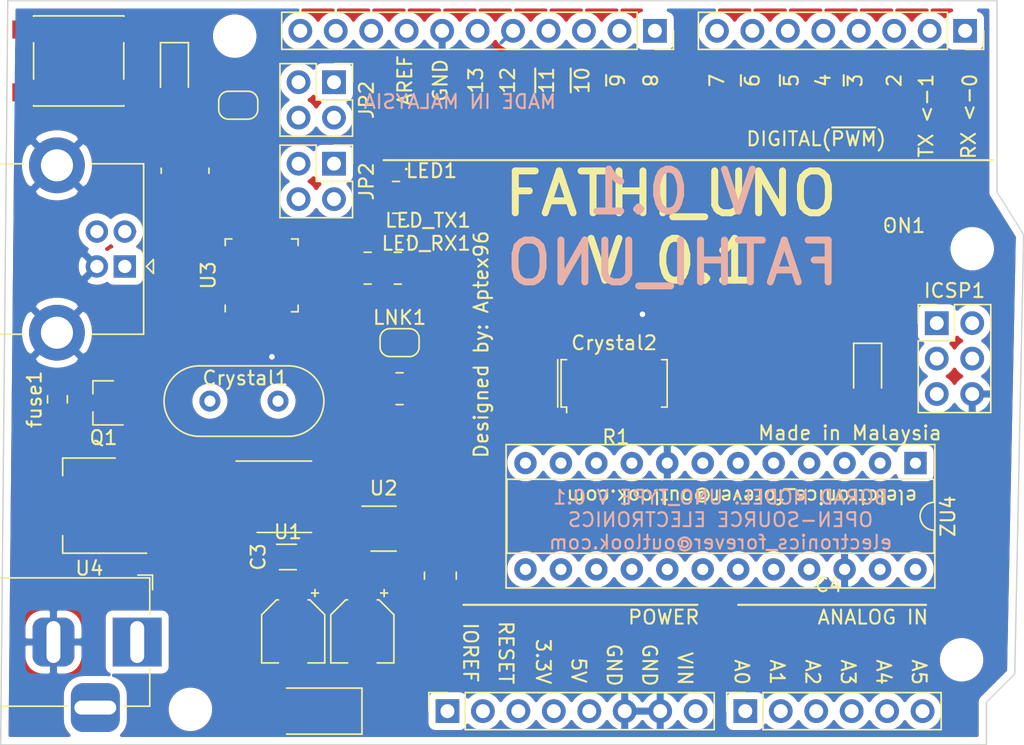
<source format=kicad_pcb>
(kicad_pcb (version 20171130) (host pcbnew "(5.1.10)-1")
  (title_block (title "ARDUINO+LIKE BOARD") (date 2021-06-20) (rev "FATHI MAHDI") (company "FATHI MAHDI"))
  (layers (0 F.Cu signal hide) (1 In1.Cu power) (2 In2.Cu power hide) (31 B.Cu signal hide) (34 B.Paste user) (35 F.Paste user) (36 B.SilkS user hide) (37 F.SilkS user) (38 B.Mask user hide) (39 F.Mask user hide) (44 Edge.Cuts user))
  (net 0 "")
  (net 1 SCL)
  (net 2 SDA)
  (net 3 /AD3)
  (net 4 /AD2)
  (net 5 /AD1)
  (net 6 /AD0)
  (net 7 GND)
  (net 8 XTAL1)
  (net 9 XTAL2)
  (net 10 +3V3)
  (net 11 AREF)
  (net 12 +5V)
  (net 13 XTAL2_USB)
  (net 14 XTAL1_USB)
  (net 15 /PWRIN)
  (net 16 "Net-(D1-Pad1)")
  (net 17 RESET1)
  (net 18 RESET2)
  (net 19 UVCC)
  (net 20 "Net-(USB_B1-Pad1)")
  (net 21 MOSI2)
  (net 22 MISO2)
  (net 23 "Net-(IOH1-Pad5)")
  (net 24 "Net-(IOH1-Pad4)")
  (net 25 "Net-(IOH1-Pad3)")
  (net 26 "Net-(IOH1-Pad2)")
  (net 27 "Net-(IOH1-Pad1)")
  (net 28 /PB3)
  (net 29 /PB6)
  (net 30 /PB4)
  (net 31 "Net-(LED1-Pad2)")
  (net 32 "Net-(LED_RX1-Pad2)")
  (net 33 /LED_RX)
  (net 34 "Net-(LED_TX1-Pad2)")
  (net 35 /LED_TX)
  (net 36 "Net-(ON1-Pad2)")
  (net 37 VIN)
  (net 38 "Net-(POWE_HEADER1-Pad1)")
  (net 39 "Net-(Q1-Pad1)")
  (net 40 "Net-(R1NB1-Pad2)")
  (net 41 "Net-(RN2A1-Pad2)")
  (net 42 D-)
  (net 43 "Net-(RN3A1-Pad1)")
  (net 44 D+)
  (net 45 "Net-(RN3D1-Pad1)")
  (net 46 /M8RXD)
  (net 47 "Net-(SW1-Pad1)")
  (net 48 "Net-(U2-Pad4)")
  (net 49 /M8TXD)
  (net 50 SCK)
  (net 51 PD7)
  (net 52 "Net-(C5-Pad1)")
  (net 53 UGND)
  (net 54 /PD6)
  (net 55 /PD5)
  (net 56 /PD4)
  (net 57 /PD3)
  (net 58 /PD2)
  (net 59 /PD1)
  (net 60 /PD0)
  (net 61 /PB7)
  (net 62 /PB0)
  (net 63 /PC4)
  (net 64 /PC5)
  (net 65 /PC7)
  (net 66 /PC2)
  (net 67 /UCAP)
  (module Package_DIP:DIP-24_W7.62mm_Socket (layer F.Cu) (at 168.275 106.172 270)
    (fp_text reference ZU4 (at 3.81 -2.33 90) (layer F.SilkS))
    (fp_text value ATmega328P-PU)
    (pad 24 thru_hole oval (at 7.62 0 270) (size 1.6 1.6) (drill 0.8) (layers *.Cu *.Mask) (net 5 /AD1))
    (pad 12 thru_hole oval (at 0 27.94 270) (size 1.6 1.6) (drill 0.8) (layers *.Cu *.Mask) (net 54 /PD6))
    (pad 23 thru_hole oval (at 7.62 2.54 270) (size 1.6 1.6) (drill 0.8) (layers *.Cu *.Mask) (net 6 /AD0))
    (pad 11 thru_hole oval (at 0 25.4 270) (size 1.6 1.6) (drill 0.8) (layers *.Cu *.Mask) (net 55 /PD5))
    (pad 22 thru_hole oval (at 7.62 5.08 270) (size 1.6 1.6) (drill 0.8) (layers *.Cu *.Mask) (net 7 GND))
    (pad 10 thru_hole oval (at 0 22.86 270) (size 1.6 1.6) (drill 0.8) (layers *.Cu *.Mask) (net 9 XTAL2))
    (pad 21 thru_hole oval (at 7.62 7.62 270) (size 1.6 1.6) (drill 0.8) (layers *.Cu *.Mask) (net 11 AREF))
    (pad 9 thru_hole oval (at 0 20.32 270) (size 1.6 1.6) (drill 0.8) (layers *.Cu *.Mask) (net 8 XTAL1))
    (pad 20 thru_hole oval (at 7.62 10.16 270) (size 1.6 1.6) (drill 0.8) (layers *.Cu *.Mask) (net 12 +5V))
    (pad 8 thru_hole oval (at 0 17.78 270) (size 1.6 1.6) (drill 0.8) (layers *.Cu *.Mask) (net 7 GND))
    (pad 19 thru_hole oval (at 7.62 12.7 270) (size 1.6 1.6) (drill 0.8) (layers *.Cu *.Mask) (net 50 SCK))
    (pad 7 thru_hole oval (at 0 15.24 270) (size 1.6 1.6) (drill 0.8) (layers *.Cu *.Mask) (net 12 +5V))
    (pad 18 thru_hole oval (at 7.62 15.24 270) (size 1.6 1.6) (drill 0.8) (layers *.Cu *.Mask) (net 23 "Net-(IOH1-Pad5)"))
    (pad 6 thru_hole oval (at 0 12.7 270) (size 1.6 1.6) (drill 0.8) (layers *.Cu *.Mask) (net 56 /PD4))
    (pad 17 thru_hole oval (at 7.62 17.78 270) (size 1.6 1.6) (drill 0.8) (layers *.Cu *.Mask) (net 24 "Net-(IOH1-Pad4)"))
    (pad 5 thru_hole oval (at 0 10.16 270) (size 1.6 1.6) (drill 0.8) (layers *.Cu *.Mask) (net 57 /PD3))
    (pad 16 thru_hole oval (at 7.62 20.32 270) (size 1.6 1.6) (drill 0.8) (layers *.Cu *.Mask) (net 25 "Net-(IOH1-Pad3)"))
    (pad 4 thru_hole oval (at 0 7.62 270) (size 1.6 1.6) (drill 0.8) (layers *.Cu *.Mask) (net 58 /PD2))
    (pad 15 thru_hole oval (at 7.62 22.86 270) (size 1.6 1.6) (drill 0.8) (layers *.Cu *.Mask) (net 26 "Net-(IOH1-Pad2)"))
    (pad 3 thru_hole oval (at 0 5.08 270) (size 1.6 1.6) (drill 0.8) (layers *.Cu *.Mask) (net 59 /PD1))
    (pad 14 thru_hole oval (at 7.62 25.4 270) (size 1.6 1.6) (drill 0.8) (layers *.Cu *.Mask) (net 27 "Net-(IOH1-Pad1)"))
    (pad 2 thru_hole oval (at 0 2.54 270) (size 1.6 1.6) (drill 0.8) (layers *.Cu *.Mask) (net 60 /PD0))
    (pad 13 thru_hole oval (at 7.62 27.94 270) (size 1.6 1.6) (drill 0.8) (layers *.Cu *.Mask) (net 51 PD7))
    (pad 1 thru_hole rect (at 0 0 270) (size 1.6 1.6) (drill 0.8) (layers *.Cu *.Mask) (net 17 RESET1))
  )
  (module Resistor_SMD:R_0201_0603Metric (layer F.Cu) (at 165.481 87.63 180)
    (fp_text reference RN4C1 hide)
    (fp_text value 1K)
    (pad 2 smd roundrect (at 0.32 0 180) (size 0.46 0.4) (layers F.Cu F.Mask) (net 36 "Net-(ON1-Pad2)"))
    (pad 1 smd roundrect (at -0.32 0 180) (size 0.46 0.4) (layers F.Cu F.Mask) (net 12 +5V))
  )
  (module Connector_BarrelJack:BarrelJack_Horizontal (layer F.Cu) (at 112.522 118.999)
    (fp_text reference X1 hide)
    (fp_text value POWERSUPPLY_DC21MMX hide)
    (pad 3 thru_hole roundrect (at -3 4.7) (size 3.5 3.5) (drill oval 3 1) (layers *.Cu *.Mask))
    (pad 2 thru_hole roundrect (at -6 0) (size 3 3.5) (drill oval 1 3) (layers *.Cu *.Mask) (net 7 GND))
    (pad 1 thru_hole rect (at 0 0) (size 3.5 3.5) (drill oval 1 3) (layers *.Cu *.Mask) (net 15 /PWRIN))
  )
  (module Crystal:Crystal_HC49-4H_Vertical (layer F.Cu) (at 117.729 101.727)
    (fp_text reference Crystal1 (at 2.54 -1.651) (layer F.SilkS))
    (fp_text value 16MHz)
    (pad 2 thru_hole circle (at 4.88 0) (size 1.5 1.5) (drill 0.8) (layers *.Cu *.Mask) (net 14 XTAL1_USB))
    (pad 1 thru_hole circle (at 0 0) (size 1.5 1.5) (drill 0.8) (layers *.Cu *.Mask) (net 13 XTAL2_USB))
  )
  (module Connector_USB:USB_B_Lumberg_2411_02_Horizontal (layer F.Cu) (at 111.633 92.075 180)
    (fp_text reference USB_B1 hide)
    (fp_text value USB_B hide)
    (pad 5 thru_hole circle (at 4.86 -4.75 270) (size 4 4) (drill 2.3) (layers *.Cu *.Mask) (net 7 GND))
    (pad 5 thru_hole circle (at 4.86 7.25 270) (size 4 4) (drill 2.3) (layers *.Cu *.Mask) (net 7 GND))
    (pad 4 thru_hole circle (at 2 0 270) (size 1.6 1.6) (drill 0.95) (layers *.Cu *.Mask) (net 7 GND))
    (pad 3 thru_hole circle (at 2 2.5 270) (size 1.6 1.6) (drill 0.95) (layers *.Cu *.Mask) (net 45 "Net-(RN3D1-Pad1)"))
    (pad 2 thru_hole circle (at 0 2.5 270) (size 1.6 1.6) (drill 0.95) (layers *.Cu *.Mask) (net 43 "Net-(RN3A1-Pad1)"))
    (pad 1 thru_hole rect (at 0 0 270) (size 1.6 1.6) (drill 0.95) (layers *.Cu *.Mask) (net 20 "Net-(USB_B1-Pad1)"))
  )
  (module Connector_PinSocket_2.54mm:PinSocket_1x08_P2.54mm_Vertical (layer F.Cu) (at 134.747 123.952 90)
    (fp_text reference POWE_HEADER1 hide)
    (fp_text value "8x1F -H8.5" hide)
    (pad 8 thru_hole oval (at 0 17.78 90) (size 1.7 1.7) (drill 1) (layers *.Cu *.Mask) (net 37 VIN))
    (pad 7 thru_hole oval (at 0 15.24 90) (size 1.7 1.7) (drill 1) (layers *.Cu *.Mask) (net 7 GND))
    (pad 6 thru_hole oval (at 0 12.7 90) (size 1.7 1.7) (drill 1) (layers *.Cu *.Mask) (net 7 GND))
    (pad 5 thru_hole oval (at 0 10.16 90) (size 1.7 1.7) (drill 1) (layers *.Cu *.Mask) (net 12 +5V))
    (pad 4 thru_hole oval (at 0 7.62 90) (size 1.7 1.7) (drill 1) (layers *.Cu *.Mask) (net 10 +3V3))
    (pad 3 thru_hole oval (at 0 5.08 90) (size 1.7 1.7) (drill 1) (layers *.Cu *.Mask) (net 18 RESET2))
    (pad 2 thru_hole oval (at 0 2.54 90) (size 1.7 1.7) (drill 1) (layers *.Cu *.Mask) (net 12 +5V))
    (pad 1 thru_hole rect (at 0 0 90) (size 1.7 1.7) (drill 1) (layers *.Cu *.Mask) (net 38 "Net-(POWE_HEADER1-Pad1)"))
  )
  (module Connector_PinHeader_2.54mm:PinHeader_2x02_P2.54mm_Vertical (layer F.Cu) (at 126.619 84.709 270)
    (fp_text reference JP2 (at 1.27 -2.33 90) (layer F.SilkS))
    (fp_text value "2x2 M - NM")
    (pad 1 thru_hole rect (at 0 0 270) (size 1.7 1.7) (drill 1) (layers *.Cu *.Mask) (net 30 /PB4))
    (pad 2 thru_hole oval (at 2.54 0 270) (size 1.7 1.7) (drill 1) (layers *.Cu *.Mask) (net 29 /PB6))
    (pad 3 thru_hole oval (at 0 2.54 270) (size 1.7 1.7) (drill 1) (layers *.Cu *.Mask) (net 28 /PB3))
    (pad 4 thru_hole oval (at 2.54 2.54 270) (size 1.7 1.7) (drill 1) (layers *.Cu *.Mask) (net 61 /PB7))
  )
  (module Connector_PinHeader_2.54mm:PinHeader_2x02_P2.54mm_Vertical (layer F.Cu) (at 126.619 78.867 270)
    (fp_text reference JP2 (at 1.27 -2.33 90) (layer F.SilkS))
    (fp_text value "2x2 M - NM")
    (pad 4 thru_hole oval (at 2.54 2.54 270) (size 1.7 1.7) (drill 1) (layers *.Cu *.Mask) (net 61 /PB7))
    (pad 3 thru_hole oval (at 0 2.54 270) (size 1.7 1.7) (drill 1) (layers *.Cu *.Mask) (net 28 /PB3))
    (pad 2 thru_hole oval (at 2.54 0 270) (size 1.7 1.7) (drill 1) (layers *.Cu *.Mask) (net 29 /PB6))
    (pad 1 thru_hole rect (at 0 0 270) (size 1.7 1.7) (drill 1) (layers *.Cu *.Mask) (net 30 /PB4))
  )
  (module MountingHole:MountingHole_2.1mm (layer F.Cu) (at 171.577 120.269 180)
    (fp_text reference H0 hide)
    (fp_text value hole hide)
    (pad "" np_thru_hole circle (at 0 0 180) (size 2.1 2.1) (drill 2.1) (layers *.Cu *.Mask))
  )
  (module Capacitor_SMD:CP_Elec_4x3 (layer F.Cu) (at 123.698 118.237 270)
    (fp_text reference PC1 hide)
    (fp_text value 47U)
    (pad 2 smd roundrect (at 1.8 0 270) (size 2.6 1.6) (layers F.Cu F.Paste F.Mask) (roundrect_rratio 0.15625) (net 7 GND))
    (pad 1 smd roundrect (at -1.8 0 270) (size 2.6 1.6) (layers F.Cu F.Paste F.Mask) (roundrect_rratio 0.15625) (net 16 "Net-(D1-Pad1)"))
  )
  (module Resistor_SMD:R_Array_Concave_4x0402 (layer F.Cu) (at 134.239 114.239 270)
    (fp_text reference RN2D1 hide)
    (fp_text value 1k)
    (pad 5 smd rect (at 0.5 0.75 270) (size 0.5 0.32) (layers F.Cu F.Paste F.Mask))
    (pad 6 smd rect (at 0.5 0.25 270) (size 0.5 0.32) (layers F.Cu F.Paste F.Mask))
    (pad 8 smd rect (at 0.5 -0.75 270) (size 0.5 0.32) (layers F.Cu F.Paste F.Mask))
    (pad 7 smd rect (at 0.5 -0.25 270) (size 0.5 0.32) (layers F.Cu F.Paste F.Mask))
    (pad 4 smd rect (at -0.5 0.75 270) (size 0.5 0.32) (layers F.Cu F.Paste F.Mask))
    (pad 2 smd rect (at -0.5 -0.25 270) (size 0.5 0.32) (layers F.Cu F.Paste F.Mask) (net 51 PD7))
    (pad 3 smd rect (at -0.5 0.25 270) (size 0.5 0.32) (layers F.Cu F.Paste F.Mask))
    (pad 1 smd rect (at -0.5 -0.75 270) (size 0.5 0.32) (layers F.Cu F.Paste F.Mask) (net 7 GND))
  )
  (module Resistor_SMD:R_Array_Concave_4x0402 (layer F.Cu) (at 131.318 100.838)
    (fp_text reference RN2C1 hide)
    (fp_text value 1K hide)
    (pad 5 smd rect (at 0.5 0.75) (size 0.5 0.32) (layers F.Cu F.Paste F.Mask))
    (pad 6 smd rect (at 0.5 0.25) (size 0.5 0.32) (layers F.Cu F.Paste F.Mask))
    (pad 8 smd rect (at 0.5 -0.75) (size 0.5 0.32) (layers F.Cu F.Paste F.Mask))
    (pad 7 smd rect (at 0.5 -0.25) (size 0.5 0.32) (layers F.Cu F.Paste F.Mask))
    (pad 4 smd rect (at -0.5 0.75) (size 0.5 0.32) (layers F.Cu F.Paste F.Mask))
    (pad 2 smd rect (at -0.5 -0.25) (size 0.5 0.32) (layers F.Cu F.Paste F.Mask) (net 12 +5V))
    (pad 3 smd rect (at -0.5 0.25) (size 0.5 0.32) (layers F.Cu F.Paste F.Mask))
    (pad 1 smd rect (at -0.5 -0.75) (size 0.5 0.32) (layers F.Cu F.Paste F.Mask) (net 32 "Net-(LED_RX1-Pad2)"))
  )
  (module Resistor_SMD:R_Array_Concave_4x0402 (layer F.Cu) (at 129.032 92.198 180)
    (fp_text reference RN2B1 hide)
    (fp_text value 1K)
    (pad 5 smd rect (at 0.5 0.75 180) (size 0.5 0.32) (layers F.Cu F.Paste F.Mask))
    (pad 6 smd rect (at 0.5 0.25 180) (size 0.5 0.32) (layers F.Cu F.Paste F.Mask))
    (pad 8 smd rect (at 0.5 -0.75 180) (size 0.5 0.32) (layers F.Cu F.Paste F.Mask))
    (pad 7 smd rect (at 0.5 -0.25 180) (size 0.5 0.32) (layers F.Cu F.Paste F.Mask))
    (pad 4 smd rect (at -0.5 0.75 180) (size 0.5 0.32) (layers F.Cu F.Paste F.Mask))
    (pad 2 smd rect (at -0.5 -0.25 180) (size 0.5 0.32) (layers F.Cu F.Paste F.Mask) (net 12 +5V))
    (pad 3 smd rect (at -0.5 0.25 180) (size 0.5 0.32) (layers F.Cu F.Paste F.Mask))
    (pad 1 smd rect (at -0.5 -0.75 180) (size 0.5 0.32) (layers F.Cu F.Paste F.Mask) (net 34 "Net-(LED_TX1-Pad2)"))
  )
  (module Resistor_SMD:R_Array_Concave_4x0402 (layer F.Cu) (at 131.191 92.202 180)
    (fp_text reference RN2A2 hide)
    (fp_text value 1K)
    (pad 5 smd rect (at 0.5 0.75 180) (size 0.5 0.32) (layers F.Cu F.Paste F.Mask))
    (pad 6 smd rect (at 0.5 0.25 180) (size 0.5 0.32) (layers F.Cu F.Paste F.Mask))
    (pad 8 smd rect (at 0.5 -0.75 180) (size 0.5 0.32) (layers F.Cu F.Paste F.Mask))
    (pad 7 smd rect (at 0.5 -0.25 180) (size 0.5 0.32) (layers F.Cu F.Paste F.Mask))
    (pad 4 smd rect (at -0.5 0.75 180) (size 0.5 0.32) (layers F.Cu F.Paste F.Mask))
    (pad 2 smd rect (at -0.5 -0.25 180) (size 0.5 0.32) (layers F.Cu F.Paste F.Mask) (net 49 /M8TXD))
    (pad 3 smd rect (at -0.5 0.25 180) (size 0.5 0.32) (layers F.Cu F.Paste F.Mask))
    (pad 1 smd rect (at -0.5 -0.75 180) (size 0.5 0.32) (layers F.Cu F.Paste F.Mask) (net 59 /PD1))
  )
  (module Resistor_SMD:R_Array_Concave_4x0402 (layer F.Cu) (at 131.064 87.122 180)
    (fp_text reference RN2A1 hide)
    (fp_text value 1K)
    (pad 5 smd rect (at 0.5 0.75 180) (size 0.5 0.32) (layers F.Cu F.Paste F.Mask))
    (pad 6 smd rect (at 0.5 0.25 180) (size 0.5 0.32) (layers F.Cu F.Paste F.Mask))
    (pad 8 smd rect (at 0.5 -0.75 180) (size 0.5 0.32) (layers F.Cu F.Paste F.Mask))
    (pad 7 smd rect (at 0.5 -0.25 180) (size 0.5 0.32) (layers F.Cu F.Paste F.Mask))
    (pad 4 smd rect (at -0.5 0.75 180) (size 0.5 0.32) (layers F.Cu F.Paste F.Mask))
    (pad 2 smd rect (at -0.5 -0.25 180) (size 0.5 0.32) (layers F.Cu F.Paste F.Mask) (net 41 "Net-(RN2A1-Pad2)"))
    (pad 3 smd rect (at -0.5 0.25 180) (size 0.5 0.32) (layers F.Cu F.Paste F.Mask))
    (pad 1 smd rect (at -0.5 -0.75 180) (size 0.5 0.32) (layers F.Cu F.Paste F.Mask) (net 31 "Net-(LED1-Pad2)"))
  )
  (module Jumper:SolderJumper-2_P1.3mm_Bridged2Bar_RoundedPad1.0x1.5mm (layer F.Cu) (at 119.761 80.518)
    (fp_text reference LNK2 hide)
    (fp_text value LINKW)
    (fp_poly (pts (xy -0.25 0.2) (xy 0.25 0.2) (xy 0.25 0.6) (xy -0.25 0.6)) (layer F.Cu) (width 0))
    (fp_poly (pts (xy -0.25 -0.6) (xy 0.25 -0.6) (xy 0.25 -0.2) (xy -0.25 -0.2)) (layer F.Cu) (width 0))
    (pad 1 smd custom (at -0.65 0) (size 1 0.5) (layers F.Cu F.Mask) (net 53 UGND) (options (clearance outline) (anchor rect)) (primitives (gr_circle (center 0 0.25) (end 0.5 0.25) (width 0)) (gr_circle (center 0 -0.25) (end 0.5 -0.25) (width 0)) (gr_poly (pts (xy 0.5 0.75) (xy 0.5 -0.75) (xy 0 -0.75) (xy 0 0.75)) (width 0))))
    (pad 2 smd custom (at 0.65 0) (size 1 0.5) (layers F.Cu F.Mask) (net 7 GND) (options (clearance outline) (anchor rect)) (primitives (gr_circle (center 0 0.25) (end 0.5 0.25) (width 0)) (gr_circle (center 0 -0.25) (end 0.5 -0.25) (width 0)) (gr_poly (pts (xy -0.5 0.75) (xy -0.5 -0.75) (xy 0 -0.75) (xy 0 0.75)) (width 0))))
  )
  (module Connector_PinSocket_2.54mm:PinSocket_1x08_P2.54mm_Vertical (layer F.Cu) (at 171.831 75.184 270)
    (fp_text reference IOL1 hide)
    (fp_text value "8x1F -H8.5" hide)
    (pad 8 thru_hole oval (at 0 17.78 270) (size 1.7 1.7) (drill 1) (layers *.Cu *.Mask) (net 51 PD7))
    (pad 7 thru_hole oval (at 0 15.24 270) (size 1.7 1.7) (drill 1) (layers *.Cu *.Mask) (net 54 /PD6))
    (pad 6 thru_hole oval (at 0 12.7 270) (size 1.7 1.7) (drill 1) (layers *.Cu *.Mask) (net 55 /PD5))
    (pad 5 thru_hole oval (at 0 10.16 270) (size 1.7 1.7) (drill 1) (layers *.Cu *.Mask) (net 56 /PD4))
    (pad 4 thru_hole oval (at 0 7.62 270) (size 1.7 1.7) (drill 1) (layers *.Cu *.Mask) (net 57 /PD3))
    (pad 3 thru_hole oval (at 0 5.08 270) (size 1.7 1.7) (drill 1) (layers *.Cu *.Mask) (net 58 /PD2))
    (pad 2 thru_hole oval (at 0 2.54 270) (size 1.7 1.7) (drill 1) (layers *.Cu *.Mask) (net 59 /PD1))
    (pad 1 thru_hole rect (at 0 0 270) (size 1.7 1.7) (drill 1) (layers *.Cu *.Mask) (net 60 /PD0))
  )
  (module Connector_PinSocket_2.54mm:PinSocket_1x11_P2.54mm_Vertical (layer F.Cu) (at 149.606 75.184 270)
    (fp_text reference IOH1 hide)
    (fp_text value "10x1F -H8.5" hide)
    (pad 11 thru_hole oval (at 0 25.4 270) (size 1.7 1.7) (drill 1) (layers *.Cu *.Mask))
    (pad 10 thru_hole oval (at 0 22.86 270) (size 1.7 1.7) (drill 1) (layers *.Cu *.Mask) (net 1 SCL))
    (pad 9 thru_hole oval (at 0 20.32 270) (size 1.7 1.7) (drill 1) (layers *.Cu *.Mask) (net 2 SDA))
    (pad 8 thru_hole oval (at 0 17.78 270) (size 1.7 1.7) (drill 1) (layers *.Cu *.Mask) (net 11 AREF))
    (pad 7 thru_hole oval (at 0 15.24 270) (size 1.7 1.7) (drill 1) (layers *.Cu *.Mask) (net 7 GND))
    (pad 6 thru_hole oval (at 0 12.7 270) (size 1.7 1.7) (drill 1) (layers *.Cu *.Mask) (net 50 SCK))
    (pad 5 thru_hole oval (at 0 10.16 270) (size 1.7 1.7) (drill 1) (layers *.Cu *.Mask) (net 23 "Net-(IOH1-Pad5)"))
    (pad 4 thru_hole oval (at 0 7.62 270) (size 1.7 1.7) (drill 1) (layers *.Cu *.Mask) (net 24 "Net-(IOH1-Pad4)"))
    (pad 3 thru_hole oval (at 0 5.08 270) (size 1.7 1.7) (drill 1) (layers *.Cu *.Mask) (net 25 "Net-(IOH1-Pad3)"))
    (pad 2 thru_hole oval (at 0 2.54 270) (size 1.7 1.7) (drill 1) (layers *.Cu *.Mask) (net 26 "Net-(IOH1-Pad2)"))
    (pad 1 thru_hole rect (at 0 0 270) (size 1.7 1.7) (drill 1) (layers *.Cu *.Mask) (net 27 "Net-(IOH1-Pad1)"))
  )
  (module Connector_PinHeader_2.54mm:PinHeader_2x03_P2.54mm_Vertical (layer F.Cu) (at 169.799 96.139)
    (fp_text reference ICSP1 (at 1.27 -2.33) (layer F.SilkS))
    (fp_text value "3x2 M")
    (pad 6 thru_hole oval (at 2.54 5.08) (size 1.7 1.7) (drill 1) (layers *.Cu *.Mask) (net 7 GND))
    (pad 5 thru_hole oval (at 0 5.08) (size 1.7 1.7) (drill 1) (layers *.Cu *.Mask) (net 18 RESET2))
    (pad 4 thru_hole oval (at 2.54 2.54) (size 1.7 1.7) (drill 1) (layers *.Cu *.Mask) (net 21 MOSI2))
    (pad 3 thru_hole oval (at 0 2.54) (size 1.7 1.7) (drill 1) (layers *.Cu *.Mask) (net 62 /PB0))
    (pad 2 thru_hole oval (at 2.54 0) (size 1.7 1.7) (drill 1) (layers *.Cu *.Mask) (net 12 +5V))
    (pad 1 thru_hole rect (at 0 0) (size 1.7 1.7) (drill 1) (layers *.Cu *.Mask) (net 22 MISO2))
  )
  (module Crystal:Resonator_SMD-3Pin_7.2x3.0mm (layer F.Cu) (at 146.685 100.457)
    (fp_text reference Crystal2 (at 0 -2.9) (layer F.SilkS))
    (fp_text value 16MHz)
    (pad 3 smd rect (at 2.5 0) (size 1.4 3.8) (layers F.Cu F.Paste F.Mask))
    (pad 2 smd rect (at 0 0) (size 1.4 3.8) (layers F.Cu F.Paste F.Mask) (net 8 XTAL1))
    (pad 1 smd rect (at -2.5 0) (size 1.4 3.8) (layers F.Cu F.Paste F.Mask) (net 9 XTAL2))
  )
  (module Connector_PinSocket_2.54mm:PinSocket_1x06_P2.54mm_Vertical (layer F.Cu) (at 156.083 123.952 90)
    (fp_text reference AD1 hide)
    (fp_text value "6x1F -H8.5" hide)
    (pad 6 thru_hole oval (at 0 12.7 90) (size 1.7 1.7) (drill 1) (layers *.Cu *.Mask) (net 1 SCL))
    (pad 5 thru_hole oval (at 0 10.16 90) (size 1.7 1.7) (drill 1) (layers *.Cu *.Mask) (net 2 SDA))
    (pad 4 thru_hole oval (at 0 7.62 90) (size 1.7 1.7) (drill 1) (layers *.Cu *.Mask) (net 3 /AD3))
    (pad 3 thru_hole oval (at 0 5.08 90) (size 1.7 1.7) (drill 1) (layers *.Cu *.Mask) (net 4 /AD2))
    (pad 2 thru_hole oval (at 0 2.54 90) (size 1.7 1.7) (drill 1) (layers *.Cu *.Mask) (net 5 /AD1))
    (pad 1 thru_hole rect (at 0 0 90) (size 1.7 1.7) (drill 1) (layers *.Cu *.Mask) (net 6 /AD0))
  )
  (module MountingHole:MountingHole_2.1mm (layer F.Cu) (at 116.332 123.825 180)
    (fp_text reference H3 hide)
    (fp_text value hole hide)
    (pad "" np_thru_hole circle (at 0 0 180) (size 2.1 2.1) (drill 2.1) (layers *.Cu *.Mask))
  )
  (module Jumper:SolderJumper-2_P1.3mm_Bridged2Bar_RoundedPad1.0x1.5mm (layer F.Cu) (at 131.318 97.536)
    (fp_text reference LNK1 (at 0 -1.8) (layer F.SilkS))
    (fp_text value LINK1)
    (fp_poly (pts (xy -0.25 0.2) (xy 0.25 0.2) (xy 0.25 0.6) (xy -0.25 0.6)) (layer F.Cu) (width 0))
    (fp_poly (pts (xy -0.25 -0.6) (xy 0.25 -0.6) (xy 0.25 -0.2) (xy -0.25 -0.2)) (layer F.Cu) (width 0))
    (pad 1 smd custom (at -0.65 0) (size 1 0.5) (layers F.Cu F.Mask) (net 52 "Net-(C5-Pad1)") (options (clearance outline) (anchor rect)) (primitives (gr_circle (center 0 0.25) (end 0.5 0.25) (width 0)) (gr_circle (center 0 -0.25) (end 0.5 -0.25) (width 0)) (gr_poly (pts (xy 0.5 0.75) (xy 0.5 -0.75) (xy 0 -0.75) (xy 0 0.75)) (width 0))))
    (pad 2 smd custom (at 0.65 0) (size 1 0.5) (layers F.Cu F.Mask) (net 17 RESET1) (options (clearance outline) (anchor rect)) (primitives (gr_circle (center 0 0.25) (end 0.5 0.25) (width 0)) (gr_circle (center 0 -0.25) (end 0.5 -0.25) (width 0)) (gr_poly (pts (xy -0.5 0.75) (xy -0.5 -0.75) (xy 0 -0.75) (xy 0 0.75)) (width 0))))
  )
  (module Capacitor_SMD:C_0201_0603Metric (layer F.Cu) (at 117.602 92.202 270)
    (fp_text reference C8 hide)
    (fp_text value 1u)
    (pad 2 smd roundrect (at 0.32 0 270) (size 0.46 0.4) (layers F.Cu F.Mask) (net 53 UGND))
    (pad 1 smd roundrect (at -0.32 0 270) (size 0.46 0.4) (layers F.Cu F.Mask) (net 67 /UCAP))
  )
  (module Capacitor_SMD:C_0201_0603Metric (layer F.Cu) (at 131.191 95.377 180)
    (fp_text reference C5 hide)
    (fp_text value 100n hide)
    (pad 2 smd roundrect (at 0.32 0 180) (size 0.46 0.4) (layers F.Cu F.Mask) (net 51 PD7))
    (pad 1 smd roundrect (at -0.32 0 180) (size 0.46 0.4) (layers F.Cu F.Mask) (net 52 "Net-(C5-Pad1)"))
  )
  (module Resistor_SMD:R_0201_0603Metric (layer F.Cu) (at 115.062 87.503)
    (fp_text reference Z1 hide)
    (fp_text value CG060EMLC)
    (pad 2 smd roundrect (at 0.32 0) (size 0.46 0.4) (layers F.Cu F.Mask) (net 7 GND))
    (pad 1 smd roundrect (at -0.32 0) (size 0.46 0.4) (layers F.Cu F.Mask) (net 45 "Net-(RN3D1-Pad1)"))
  )
  (module Package_SO:HSOP-8-1EP_3.9x4.9mm_P1.27mm_EP2.41x3.1mm (layer F.Cu) (at 123.063 108.585)
    (fp_text reference U5B1 hide)
    (fp_text value LMV358)
    (pad 9 smd rect (at 0 0) (size 2.41 3.1) (layers F.Cu F.Mask))
    (pad 8 smd roundrect (at 2.65 -1.905) (size 1.6 0.6) (layers F.Cu F.Paste F.Mask))
    (pad 7 smd roundrect (at 2.65 -0.635) (size 1.6 0.6) (layers F.Cu F.Paste F.Mask))
    (pad 6 smd roundrect (at 2.65 0.635) (size 1.6 0.6) (layers F.Cu F.Paste F.Mask))
    (pad 5 smd roundrect (at 2.65 1.905) (size 1.6 0.6) (layers F.Cu F.Paste F.Mask))
    (pad 4 smd roundrect (at -2.65 1.905) (size 1.6 0.6) (layers F.Cu F.Paste F.Mask))
    (pad 3 smd roundrect (at -2.65 0.635) (size 1.6 0.6) (layers F.Cu F.Paste F.Mask) (net 50 SCK))
    (pad 2 smd roundrect (at -2.65 -0.635) (size 1.6 0.6) (layers F.Cu F.Paste F.Mask) (net 41 "Net-(RN2A1-Pad2)"))
    (pad 1 smd roundrect (at -2.65 -1.905) (size 1.6 0.6) (layers F.Cu F.Paste F.Mask) (net 41 "Net-(RN2A1-Pad2)"))
  )
  (module Package_TO_SOT_SMD:SOT-223-3_TabPin2 (layer F.Cu) (at 109.093 109.22 180)
    (fp_text reference U4 (at 0 -4.5) (layer F.SilkS))
    (fp_text value NCP1117-5.0_SOT223)
    (pad 1 smd rect (at -3.15 -2.3 180) (size 2 1.5) (layers F.Cu F.Paste F.Mask) (net 7 GND))
    (pad 3 smd rect (at -3.15 2.3 180) (size 2 1.5) (layers F.Cu F.Paste F.Mask) (net 16 "Net-(D1-Pad1)"))
    (pad 2 smd rect (at -3.15 0 180) (size 2 1.5) (layers F.Cu F.Paste F.Mask) (net 12 +5V))
    (pad 2 smd rect (at 3.15 0 180) (size 2 3.8) (layers F.Cu F.Paste F.Mask) (net 12 +5V))
  )
  (module Package_DFN_QFN:QFN-32-1EP_5x5mm_P0.5mm_EP3.1x3.1mm (layer F.Cu) (at 121.4365 92.714 90)
    (fp_text reference U3 (at 0 -3.82 90) (layer F.SilkS))
    (fp_text value ATmega16U2-MU hide)
    (pad 33 smd rect (at 0 0 90) (size 3.1 3.1) (layers F.Cu F.Mask) (net 7 GND))
    (pad 32 smd roundrect (at -1.75 -2.4375 90) (size 0.25 0.875) (layers F.Cu F.Paste F.Mask) (net 12 +5V))
    (pad 31 smd roundrect (at -1.25 -2.4375 90) (size 0.25 0.875) (layers F.Cu F.Paste F.Mask) (net 19 UVCC))
    (pad 30 smd roundrect (at -0.75 -2.4375 90) (size 0.25 0.875) (layers F.Cu F.Paste F.Mask) (net 42 D-))
    (pad 29 smd roundrect (at -0.25 -2.4375 90) (size 0.25 0.875) (layers F.Cu F.Paste F.Mask) (net 44 D+))
    (pad 28 smd roundrect (at 0.25 -2.4375 90) (size 0.25 0.875) (layers F.Cu F.Paste F.Mask) (net 53 UGND))
    (pad 27 smd roundrect (at 0.75 -2.4375 90) (size 0.25 0.875) (layers F.Cu F.Paste F.Mask) (net 67 /UCAP))
    (pad 26 smd roundrect (at 1.25 -2.4375 90) (size 0.25 0.875) (layers F.Cu F.Paste F.Mask) (net 63 /PC4))
    (pad 25 smd roundrect (at 1.75 -2.4375 90) (size 0.25 0.875) (layers F.Cu F.Paste F.Mask) (net 64 /PC5))
    (pad 24 smd roundrect (at 2.4375 -1.75 90) (size 0.875 0.25) (layers F.Cu F.Paste F.Mask) (net 18 RESET2))
    (pad 23 smd roundrect (at 2.4375 -1.25 90) (size 0.875 0.25) (layers F.Cu F.Paste F.Mask) (net 17 RESET1))
    (pad 22 smd roundrect (at 2.4375 -0.75 90) (size 0.875 0.25) (layers F.Cu F.Paste F.Mask) (net 65 /PC7))
    (pad 21 smd roundrect (at 2.4375 -0.25 90) (size 0.875 0.25) (layers F.Cu F.Paste F.Mask) (net 61 /PB7))
    (pad 20 smd roundrect (at 2.4375 0.25 90) (size 0.875 0.25) (layers F.Cu F.Paste F.Mask) (net 29 /PB6))
    (pad 19 smd roundrect (at 2.4375 0.75 90) (size 0.875 0.25) (layers F.Cu F.Paste F.Mask) (net 28 /PB3))
    (pad 18 smd roundrect (at 2.4375 1.25 90) (size 0.875 0.25) (layers F.Cu F.Paste F.Mask) (net 30 /PB4))
    (pad 17 smd roundrect (at 2.4375 1.75 90) (size 0.875 0.25) (layers F.Cu F.Paste F.Mask) (net 22 MISO2))
    (pad 16 smd roundrect (at 1.75 2.4375 90) (size 0.25 0.875) (layers F.Cu F.Paste F.Mask) (net 21 MOSI2))
    (pad 15 smd roundrect (at 1.25 2.4375 90) (size 0.25 0.875) (layers F.Cu F.Paste F.Mask) (net 62 /PB0))
    (pad 14 smd roundrect (at 0.75 2.4375 90) (size 0.25 0.875) (layers F.Cu F.Paste F.Mask) (net 62 /PB0))
    (pad 13 smd roundrect (at 0.25 2.4375 90) (size 0.25 0.875) (layers F.Cu F.Paste F.Mask) (net 51 PD7))
    (pad 12 smd roundrect (at -0.25 2.4375 90) (size 0.25 0.875) (layers F.Cu F.Paste F.Mask) (net 54 /PD6))
    (pad 11 smd roundrect (at -0.75 2.4375 90) (size 0.25 0.875) (layers F.Cu F.Paste F.Mask) (net 35 /LED_TX))
    (pad 10 smd roundrect (at -1.25 2.4375 90) (size 0.25 0.875) (layers F.Cu F.Paste F.Mask) (net 33 /LED_RX))
    (pad 9 smd roundrect (at -1.75 2.4375 90) (size 0.25 0.875) (layers F.Cu F.Paste F.Mask) (net 46 /M8RXD))
    (pad 8 smd roundrect (at -2.4375 1.75 90) (size 0.875 0.25) (layers F.Cu F.Paste F.Mask) (net 49 /M8TXD))
    (pad 7 smd roundrect (at -2.4375 1.25 90) (size 0.875 0.25) (layers F.Cu F.Paste F.Mask) (net 59 /PD1))
    (pad 6 smd roundrect (at -2.4375 0.75 90) (size 0.875 0.25) (layers F.Cu F.Paste F.Mask) (net 60 /PD0))
    (pad 5 smd roundrect (at -2.4375 0.25 90) (size 0.875 0.25) (layers F.Cu F.Paste F.Mask) (net 66 /PC2))
    (pad 4 smd roundrect (at -2.4375 -0.25 90) (size 0.875 0.25) (layers F.Cu F.Paste F.Mask) (net 12 +5V))
    (pad 3 smd roundrect (at -2.4375 -0.75 90) (size 0.875 0.25) (layers F.Cu F.Paste F.Mask) (net 7 GND))
    (pad 2 smd roundrect (at -2.4375 -1.25 90) (size 0.875 0.25) (layers F.Cu F.Paste F.Mask) (net 13 XTAL2_USB))
    (pad 1 smd roundrect (at -2.4375 -1.75 90) (size 0.875 0.25) (layers F.Cu F.Paste F.Mask) (net 14 XTAL1_USB))
  )
  (module Package_TO_SOT_SMD:SOT-23-5 (layer F.Cu) (at 130.175 110.871)
    (fp_text reference U2 (at 0 -2.9) (layer F.SilkS))
    (fp_text value LP2985-3.3)
    (pad 5 smd rect (at 1.1 -0.95) (size 1.06 0.65) (layers F.Cu F.Paste F.Mask) (net 10 +3V3))
    (pad 4 smd rect (at 1.1 0.95) (size 1.06 0.65) (layers F.Cu F.Paste F.Mask) (net 48 "Net-(U2-Pad4)"))
    (pad 3 smd rect (at -1.1 0.95) (size 1.06 0.65) (layers F.Cu F.Paste F.Mask) (net 12 +5V))
    (pad 2 smd rect (at -1.1 0) (size 1.06 0.65) (layers F.Cu F.Paste F.Mask) (net 7 GND))
    (pad 1 smd rect (at -1.1 -0.95) (size 1.06 0.65) (layers F.Cu F.Paste F.Mask) (net 12 +5V))
  )
  (module Package_TO_SOT_SMD:HVSOF5 (layer F.Cu) (at 123.317 112.903)
    (fp_text reference U1 (at 0 -1.8) (layer F.SilkS))
    (fp_text value LMV358)
    (pad 2 smd custom (at 0 0) (size 0.4 0.7) (layers F.Cu F.Paste F.Mask) (net 10 +3V3) (options (clearance outline) (anchor rect)) (primitives (gr_poly (pts (xy -0.85 -0.125) (xy -0.32 -0.125) (xy -0.2 -0.35) (xy 0.2 -0.35) (xy 0.32 -0.125) (xy 0.7 -0.125) (xy 0.7 0.125) (xy 0.32 0.125) (xy 0.2 0.35) (xy -0.2 0.35) (xy -0.32 0.125) (xy -0.85 0.125)) (width 0))))
    (pad 1 smd rect (at -0.675 -0.5) (size 0.35 0.25) (layers F.Cu F.Paste F.Mask) (net 39 "Net-(Q1-Pad1)"))
    (pad 3 smd rect (at -0.675 0.5) (size 0.35 0.25) (layers F.Cu F.Paste F.Mask) (net 40 "Net-(R1NB1-Pad2)"))
    (pad 4 smd rect (at 0.675 0.5) (size 0.35 0.25) (layers F.Cu F.Paste F.Mask))
    (pad 5 smd rect (at 0.675 -0.5) (size 0.35 0.25) (layers F.Cu F.Paste F.Mask))
  )
  (module Button_Switch_SMD:SW_SPST_PTS645 (layer F.Cu) (at 108.331 77.343)
    (fp_text reference SW1 hide)
    (fp_text value SW_Push_Dual hide)
    (pad 2 smd rect (at 3.98 2.25) (size 1.55 1.3) (layers F.Cu F.Paste F.Mask) (net 18 RESET2))
    (pad 1 smd rect (at 3.98 -2.25) (size 1.55 1.3) (layers F.Cu F.Paste F.Mask) (net 47 "Net-(SW1-Pad1)"))
    (pad 1 smd rect (at -3.98 -2.25) (size 1.55 1.3) (layers F.Cu F.Paste F.Mask) (net 47 "Net-(SW1-Pad1)"))
    (pad 2 smd rect (at -3.98 2.25) (size 1.55 1.3) (layers F.Cu F.Paste F.Mask) (net 18 RESET2))
  )
  (module Resistor_SMD:R_0201_0603Metric (layer F.Cu) (at 115.062 90.805)
    (fp_text reference RV1 hide)
    (fp_text value Varistor)
    (pad 2 smd roundrect (at 0.32 0) (size 0.46 0.4) (layers F.Cu F.Mask) (net 7 GND))
    (pad 1 smd roundrect (at -0.32 0) (size 0.46 0.4) (layers F.Cu F.Mask) (net 43 "Net-(RN3A1-Pad1)"))
  )
  (module Resistor_SMD:R_0201_0603Metric (layer F.Cu) (at 165.481 86.868 180)
    (fp_text reference RN4D1 hide)
    (fp_text value 1k)
    (pad 2 smd roundrect (at 0.32 0 180) (size 0.46 0.4) (layers F.Cu F.Mask) (net 36 "Net-(ON1-Pad2)"))
    (pad 1 smd roundrect (at -0.32 0 180) (size 0.46 0.4) (layers F.Cu F.Mask) (net 12 +5V))
  )
  (module Resistor_SMD:R_0201_0603Metric (layer F.Cu) (at 131.191 93.853 180)
    (fp_text reference RN4B1 hide)
    (fp_text value 1K)
    (pad 2 smd roundrect (at 0.32 0 180) (size 0.46 0.4) (layers F.Cu F.Mask) (net 46 /M8RXD))
    (pad 1 smd roundrect (at -0.32 0 180) (size 0.46 0.4) (layers F.Cu F.Mask) (net 60 /PD0))
  )
  (module Resistor_SMD:R_0201_0603Metric (layer F.Cu) (at 115.062 88.646)
    (fp_text reference RN3D1 hide)
    (fp_text value 22R)
    (pad 2 smd roundrect (at 0.32 0) (size 0.46 0.4) (layers F.Cu F.Mask) (net 44 D+))
    (pad 1 smd roundrect (at -0.32 0) (size 0.46 0.4) (layers F.Cu F.Mask) (net 45 "Net-(RN3D1-Pad1)"))
  )
  (module Resistor_SMD:R_0201_0603Metric (layer F.Cu) (at 115.062 89.789)
    (fp_text reference RN3A1 hide)
    (fp_text value 22R)
    (pad 2 smd roundrect (at 0.32 0) (size 0.46 0.4) (layers F.Cu F.Mask) (net 42 D-))
    (pad 1 smd roundrect (at -0.32 0) (size 0.46 0.4) (layers F.Cu F.Mask) (net 43 "Net-(RN3A1-Pad1)"))
  )
  (module Resistor_SMD:R_0201_0603Metric (layer F.Cu) (at 131.318 99.187)
    (fp_text reference RN1D1 hide)
    (fp_text value 10k)
    (pad 2 smd roundrect (at 0.32 0) (size 0.46 0.4) (layers F.Cu F.Mask) (net 17 RESET1))
    (pad 1 smd roundrect (at -0.32 0) (size 0.46 0.4) (layers F.Cu F.Mask) (net 12 +5V))
  )
  (module Resistor_SMD:R_0201_0603Metric (layer F.Cu) (at 123.317 114.427)
    (fp_text reference RN1A1 hide)
    (fp_text value 10K)
    (pad 2 smd roundrect (at 0.32 0) (size 0.46 0.4) (layers F.Cu F.Mask) (net 37 VIN))
    (pad 1 smd roundrect (at -0.32 0) (size 0.46 0.4) (layers F.Cu F.Mask) (net 40 "Net-(R1NB1-Pad2)"))
  )
  (module Resistor_SMD:R_0201_0603Metric (layer F.Cu) (at 118.872 112.903 90)
    (fp_text reference R1NB1 hide)
    (fp_text value 10K)
    (pad 2 smd roundrect (at 0.32 0 90) (size 0.46 0.4) (layers F.Cu F.Mask) (net 40 "Net-(R1NB1-Pad2)"))
    (pad 1 smd roundrect (at -0.32 0 90) (size 0.46 0.4) (layers F.Cu F.Mask) (net 7 GND))
  )
  (module Resistor_SMD:R_0201_0603Metric (layer F.Cu) (at 120.523 97.663 180)
    (fp_text reference R2 hide)
    (fp_text value 1M)
    (pad 2 smd roundrect (at 0.32 0 180) (size 0.46 0.4) (layers F.Cu F.Mask) (net 13 XTAL2_USB))
    (pad 1 smd roundrect (at -0.32 0 180) (size 0.46 0.4) (layers F.Cu F.Mask) (net 14 XTAL1_USB))
  )
  (module Resistor_SMD:R_0201_0603Metric (layer F.Cu) (at 146.812 103.251 180)
    (fp_text reference R1 (at 0 -1.05) (layer F.SilkS))
    (fp_text value 1M)
    (pad 2 smd roundrect (at 0.32 0 180) (size 0.46 0.4) (layers F.Cu F.Mask) (net 9 XTAL2))
    (pad 1 smd roundrect (at -0.32 0 180) (size 0.46 0.4) (layers F.Cu F.Mask) (net 8 XTAL1))
  )
  (module Package_TO_SOT_SMD:SOT-23 (layer F.Cu) (at 110.109 101.854 180)
    (fp_text reference Q1 (at 0 -2.5) (layer F.SilkS))
    (fp_text value FDN340P)
    (pad 3 smd rect (at 1 0 180) (size 0.9 0.8) (layers F.Cu F.Paste F.Mask) (net 19 UVCC))
    (pad 2 smd rect (at -1 0.95 180) (size 0.9 0.8) (layers F.Cu F.Paste F.Mask) (net 12 +5V))
    (pad 1 smd rect (at -1 -0.95 180) (size 0.9 0.8) (layers F.Cu F.Paste F.Mask) (net 39 "Net-(Q1-Pad1)"))
  )
  (module Capacitor_SMD:CP_Elec_4x3 (layer F.Cu) (at 128.651 118.237 270)
    (fp_text reference PC2 hide)
    (fp_text value 47u)
    (pad 2 smd roundrect (at 1.8 0 270) (size 2.6 1.6) (layers F.Cu F.Paste F.Mask) (roundrect_rratio 0.15625) (net 7 GND))
    (pad 1 smd roundrect (at -1.8 0 270) (size 2.6 1.6) (layers F.Cu F.Paste F.Mask) (roundrect_rratio 0.15625) (net 12 +5V))
  )
  (module LED_SMD:LED_0201_0603Metric (layer F.Cu) (at 165.481 89.154 180)
    (fp_text reference ON1 (at -1.971 0) (layer F.SilkS))
    (fp_text value GREEN)
    (pad 2 smd roundrect (at 0.32 0 180) (size 0.46 0.4) (layers F.Cu F.Mask) (net 36 "Net-(ON1-Pad2)"))
    (pad 1 smd roundrect (at -0.32 0 180) (size 0.46 0.4) (layers F.Cu F.Mask) (net 7 GND))
  )
  (module LED_SMD:LED_0201_0603Metric (layer F.Cu) (at 131.064 89.154 180)
    (fp_text reference LED_TX1 (at -2.286 0.381) (layer F.SilkS))
    (fp_text value YELLOW)
    (pad 2 smd roundrect (at 0.32 0 180) (size 0.46 0.4) (layers F.Cu F.Mask) (net 34 "Net-(LED_TX1-Pad2)"))
    (pad 1 smd roundrect (at -0.32 0 180) (size 0.46 0.4) (layers F.Cu F.Mask) (net 35 /LED_TX))
  )
  (module LED_SMD:LED_0201_0603Metric (layer F.Cu) (at 131.064 90.17 180)
    (fp_text reference LED_RX1 (at -2.159 -0.254) (layer F.SilkS))
    (fp_text value YELLOW)
    (pad 2 smd roundrect (at 0.32 0 180) (size 0.46 0.4) (layers F.Cu F.Mask) (net 32 "Net-(LED_RX1-Pad2)"))
    (pad 1 smd roundrect (at -0.32 0 180) (size 0.46 0.4) (layers F.Cu F.Mask) (net 33 /LED_RX))
  )
  (module LED_SMD:LED_0201_0603Metric (layer F.Cu) (at 130.937 85.09 180)
    (fp_text reference LED1 (at -2.667 -0.127) (layer F.SilkS))
    (fp_text value YELLOW)
    (pad 2 smd roundrect (at 0.32 0 180) (size 0.46 0.4) (layers F.Cu F.Mask) (net 31 "Net-(LED1-Pad2)"))
    (pad 1 smd roundrect (at -0.32 0 180) (size 0.46 0.4) (layers F.Cu F.Mask) (net 7 GND))
  )
  (module MountingHole:MountingHole_2.1mm (layer F.Cu) (at 119.507 75.565 180)
    (fp_text reference H2 hide)
    (fp_text value hole hide)
    (pad "" np_thru_hole circle (at 0 0 180) (size 2.1 2.1) (drill 2.1) (layers *.Cu *.Mask))
  )
  (module MountingHole:MountingHole_2.1mm (layer F.Cu) (at 172.339 90.805 180)
    (fp_text reference h1 hide)
    (fp_text value hole hide)
    (pad "" np_thru_hole circle (at 0 0 180) (size 2.1 2.1) (drill 2.1) (layers *.Cu *.Mask))
  )
  (module Fuse:Fuse_0805_2012Metric (layer F.Cu) (at 106.807 101.6 270)
    (fp_text reference fuse1 (at 0 1.651 90) (layer F.SilkS))
    (fp_text value 500mA)
    (pad 2 smd roundrect (at 0.9375 0 270) (size 0.975 1.4) (layers F.Cu F.Paste F.Mask) (net 19 UVCC))
    (pad 1 smd roundrect (at -0.9375 0 270) (size 0.975 1.4) (layers F.Cu F.Paste F.Mask) (net 20 "Net-(USB_B1-Pad1)"))
  )
  (module Resistor_SMD:R_0612_1632Metric_Pad1.18x3.40mm_HandSolder (layer F.Cu) (at 115.951 85.217 270)
    (fp_text reference FB1 hide)
    (fp_text value Ferrite_Bead_Small)
    (pad 2 smd roundrect (at 0.8375 0 270) (size 1.175 3.4) (layers F.Cu F.Paste F.Mask) (roundrect_rratio 0.212766) (net 53 UGND))
    (pad 1 smd roundrect (at -0.8375 0 270) (size 1.175 3.4) (layers F.Cu F.Paste F.Mask) (roundrect_rratio 0.212766) (net 7 GND))
  )
  (module Diode_SMD:D_PowerDI-123 (layer F.Cu) (at 115.189 78.232 270)
    (fp_text reference D3 hide)
    (fp_text value D_Small)
    (pad 2 smd rect (at 1.525 0 90) (size 1.05 1.5) (layers F.Cu F.Paste F.Mask) (net 18 RESET2))
    (pad 1 smd rect (at -0.85 0 90) (size 2.4 1.5) (layers F.Cu F.Paste F.Mask) (net 12 +5V))
  )
  (module Diode_SMD:D_PowerDI-123 (layer F.Cu) (at 164.846 99.783 270)
    (fp_text reference D2 hide)
    (fp_text value CD1206)
    (pad 2 smd rect (at 1.525 0 90) (size 1.05 1.5) (layers F.Cu F.Paste F.Mask) (net 17 RESET1))
    (pad 1 smd rect (at -0.85 0 90) (size 2.4 1.5) (layers F.Cu F.Paste F.Mask) (net 12 +5V))
  )
  (module Diode_SMD:D_SMA (layer F.Cu) (at 125.222 123.952 180)
    (fp_text reference D1 hide)
    (fp_text value M7)
    (pad 2 smd rect (at 2 0 180) (size 2.5 1.8) (layers F.Cu F.Paste F.Mask) (net 15 /PWRIN))
    (pad 1 smd rect (at -2 0 180) (size 2.5 1.8) (layers F.Cu F.Paste F.Mask) (net 16 "Net-(D1-Pad1)"))
  )
  (module Capacitor_SMD:C_0201_0603Metric (layer F.Cu) (at 149.032 96.393 180)
    (fp_text reference C11 hide)
    (fp_text value 22P)
    (pad 2 smd roundrect (at 0.32 0 180) (size 0.46 0.4) (layers F.Cu F.Mask) (net 7 GND))
    (pad 1 smd roundrect (at -0.32 0 180) (size 0.46 0.4) (layers F.Cu F.Mask) (net 8 XTAL1))
  )
  (module Capacitor_SMD:C_0201_0603Metric (layer F.Cu) (at 144.526 96.393 180)
    (fp_text reference C9 hide)
    (fp_text value 22P)
    (pad 2 smd roundrect (at 0.32 0 180) (size 0.46 0.4) (layers F.Cu F.Mask) (net 7 GND))
    (pad 1 smd roundrect (at -0.32 0 180) (size 0.46 0.4) (layers F.Cu F.Mask) (net 9 XTAL2))
  )
  (module Capacitor_SMD:C_0201_0603Metric (layer F.Cu) (at 151.892 103.632 180)
    (fp_text reference C6 hide)
    (fp_text value 100n hide)
    (pad 2 smd roundrect (at 0.32 0 180) (size 0.46 0.4) (layers F.Cu F.Mask) (net 7 GND))
    (pad 1 smd roundrect (at -0.32 0 180) (size 0.46 0.4) (layers F.Cu F.Mask) (net 12 +5V))
  )
  (module Capacitor_SMD:C_0201_0603Metric (layer F.Cu) (at 162.052 115.951)
    (fp_text reference C4 (at 0 -1.05) (layer F.SilkS))
    (fp_text value 100n)
    (pad 2 smd roundrect (at 0.32 0) (size 0.46 0.4) (layers F.Cu F.Mask) (net 7 GND))
    (pad 1 smd roundrect (at -0.32 0) (size 0.46 0.4) (layers F.Cu F.Mask) (net 11 AREF))
  )
  (module Capacitor_SMD:C_0201_0603Metric (layer F.Cu) (at 120.142 112.903 270)
    (fp_text reference C3 (at 0 -1.05 90) (layer F.SilkS))
    (fp_text value 1u)
    (pad 2 smd roundrect (at 0.32 0 270) (size 0.46 0.4) (layers F.Cu F.Mask) (net 7 GND))
    (pad 1 smd roundrect (at -0.32 0 270) (size 0.46 0.4) (layers F.Cu F.Mask) (net 10 +3V3))
  )
  (module Capacitor_SMD:C_0201_0603Metric (layer F.Cu) (at 118.679 97.663 180)
    (fp_text reference C2 hide)
    (fp_text value 22P)
    (pad 2 smd roundrect (at 0.32 0 180) (size 0.46 0.4) (layers F.Cu F.Mask) (net 7 GND))
    (pad 1 smd roundrect (at -0.32 0 180) (size 0.46 0.4) (layers F.Cu F.Mask) (net 13 XTAL2_USB))
  )
  (module Capacitor_SMD:C_0201_0603Metric (layer F.Cu) (at 122.428 97.663 180)
    (fp_text reference C1 hide)
    (fp_text value 22P)
    (pad 2 smd roundrect (at 0.32 0 180) (size 0.46 0.4) (layers F.Cu F.Mask) (net 7 GND))
    (pad 1 smd roundrect (at -0.32 0 180) (size 0.46 0.4) (layers F.Cu F.Mask) (net 14 XTAL1_USB))
  )
  (gr_text A1 (at 158.369 121.158 270) (layer F.SilkS) (effects (font (size 1 1))))
  (gr_text "Designed by: Aptex96" (at 137.16 97.663 90) (layer F.SilkS) (effects (font (size 1 1))))
  (gr_text "Made in Malaysia" (at 163.576 104.013) (layer F.SilkS) (effects (font (size 1 1))))
  (gr_text elelctronics_forever@outlook.com (at 155.829 108.585 180) (layer F.SilkS) (effects (font (size 1 1))))
  (gr_text "V 0.1" (at 150.876 86.741) (layer B.SilkS) (effects (font (size 3 3) (thickness 0.5)) (justify mirror)))
  (gr_text FATHI_UNO (at 150.876 91.821) (layer B.SilkS) (effects (font (size 3 3) (thickness 0.5)) (justify mirror)))
  (gr_text "BORAD MODEL: UNO_TYPE V 0.1\nOPEN-SOURCE ELECTRONICS\nelectronics_forever@outlook.com" (at 154.305 110.236) (layer B.SilkS) (effects (font (size 1 1)) (justify mirror)))
  (gr_text "MADE IN MALAYSIA" (at 135.636 80.264) (layer B.SilkS) (effects (font (size 1 1)) (justify mirror)))
  (gr_text POWER (at 150.241 117.221) (layer F.SilkS) (effects (font (size 1 1))))
  (gr_text "ANALOG IN" (at 165.227 117.221) (layer F.SilkS) (effects (font (size 1 1))))
  (gr_text IOREF (at 136.398 119.761 270) (layer F.SilkS) (effects (font (size 1 1))))
  (gr_text RESET (at 138.938 119.761 270) (layer F.SilkS) (effects (font (size 1 1))))
  (gr_text 3.3V (at 141.605 120.396 270) (layer F.SilkS) (effects (font (size 1 1))))
  (gr_text 5V (at 144.145 121.031 270) (layer F.SilkS) (effects (font (size 1 1))))
  (gr_text GND (at 146.685 120.65 270) (layer F.SilkS) (effects (font (size 1 1))))
  (gr_text GND (at 149.225 120.65 270) (layer F.SilkS) (effects (font (size 1 1))))
  (gr_text VIN (at 151.765 120.904 270) (layer F.SilkS) (effects (font (size 1 1))))
  (gr_text A0 (at 155.829 121.158 270) (layer F.SilkS) (effects (font (size 1 1))))
  (gr_text A2 (at 160.909 121.158 270) (layer F.SilkS) (effects (font (size 1 1))))
  (gr_text A3 (at 163.449 121.158 270) (layer F.SilkS) (effects (font (size 1 1))))
  (gr_text A4 (at 165.989 121.158 270) (layer F.SilkS) (effects (font (size 1 1))))
  (gr_text A5 (at 168.529 121.158 270) (layer F.SilkS) (effects (font (size 1 1))))
  (gr_text "DIGITAL(~PWM)" (at 161.163 82.931) (layer F.SilkS) (effects (font (size 1 1))))
  (gr_text "TX <-" (at 169.037 81.788 90) (layer F.SilkS) (effects (font (size 1 1))))
  (gr_text "RX <-" (at 172.085 81.788 90) (layer F.SilkS) (effects (font (size 1 1))))
  (gr_text 0 (at 172.085 78.74 270) (layer F.SilkS) (effects (font (size 1 1))))
  (gr_text 1 (at 169.037 78.74 90) (layer F.SilkS) (effects (font (size 1 1))))
  (gr_text 2 (at 166.751 78.74 90) (layer F.SilkS) (effects (font (size 1 1))))
  (gr_text ~3 (at 163.957 78.74 90) (layer F.SilkS) (effects (font (size 1 1))))
  (gr_text 4 (at 161.671 78.74 90) (layer F.SilkS) (effects (font (size 1 1))))
  (gr_text ~5 (at 159.385 78.74 90) (layer F.SilkS) (effects (font (size 1 1))))
  (gr_text ~6 (at 156.591 78.74 90) (layer F.SilkS) (effects (font (size 1 1))))
  (gr_text 7 (at 154.051 78.74 90) (layer F.SilkS) (effects (font (size 1 1))))
  (gr_text AREF (at 131.699 78.74 90) (layer F.SilkS) (effects (font (size 1 1))))
  (gr_text "GND\n" (at 134.239 78.74 90) (layer F.SilkS) (effects (font (size 1 1))))
  (gr_text 13 (at 136.779 78.74 90) (layer F.SilkS) (effects (font (size 1 1))))
  (gr_text 12 (at 139.065 78.74 90) (layer F.SilkS) (effects (font (size 1 1))))
  (gr_text ~11 (at 141.859 78.74 90) (layer F.SilkS) (effects (font (size 1 1))))
  (gr_text ~10 (at 144.399 78.74 90) (layer F.SilkS) (effects (font (size 1 1))))
  (gr_text ~9 (at 146.939 78.74 90) (layer F.SilkS) (effects (font (size 1 1))))
  (gr_text 8 (at 149.225 78.74 270) (layer F.SilkS) (effects (font (size 1 1))))
  (gr_text "FATHI_UNO\nV 0.1" (at 150.749 89.281) (layer F.SilkS) (effects (font (size 3 3) (thickness 0.5))))
  (gr_line (start 152.654 116.332) (end 135.89 116.332) (layer F.SilkS) (width 0.15))
  (gr_line (start 169.037 116.332) (end 155.575 116.332) (layer F.SilkS) (width 0.15))
  (gr_line (start 173.863 84.455) (end 130.175 84.455) (layer F.SilkS) (width 0.15))
  (gr_line (start 174.117 86.741) (end 174.117 73.025) (layer Edge.Cuts) (width 0.1))
  (gr_line (start 176.022 89.789) (end 174.117 86.741) (layer Edge.Cuts) (width 0.1))
  (gr_line (start 163.703 123.952) (end 163.703 123.952) (layer Edge.Cuts) (width 0.05))
  (gr_line (start 173.355 123.317) (end 175.387 121.285) (layer Edge.Cuts) (width 0.1))
  (gr_line (start 173.355 126.365) (end 173.355 123.317) (layer Edge.Cuts) (width 0.1))
  (gr_line (start 102.743 126.365) (end 103.251 73.025) (layer Edge.Cuts) (width 0.1))
  (gr_line (start 173.355 126.365) (end 102.743 126.365) (layer Edge.Cuts) (width 0.1))
  (gr_line (start 176.022 89.789) (end 175.387 121.285) (layer Edge.Cuts) (width 0.1))
  (gr_line (start 103.251 73.025) (end 174.117 73.025) (layer Edge.Cuts) (width 0.1))
  (segment (start 109.522 123.699) (end 108.078 123.699) (width 0.25) (layer F.Cu) (net 0))
  (segment (start 144.145 96.41399) (end 144.16599 96.393) (width 0.5) (layer F.Cu) (net 7))
  (segment (start 122.047 97.724) (end 122.108 97.663) (width 0.25) (layer F.Cu) (net 7))
  (segment (start 120.65 95.188) (end 120.6865 95.1515) (width 0.25) (layer F.Cu) (net 7))
  (segment (start 121.4365 93.915978) (end 121.4365 92.714) (width 0.25) (layer F.Cu) (net 7))
  (segment (start 131.318 85.029) (end 131.257 85.09) (width 0.25) (layer F.Cu) (net 7))
  (segment (start 134.747 75.565) (end 134.366 75.184) (width 0.5) (layer F.Cu) (net 7))
  (segment (start 122.108 98.486) (end 122.174 98.552) (width 0.25) (layer F.Cu) (net 7))
  (segment (start 122.108 97.663) (end 122.108 98.486) (width 0.25) (layer F.Cu) (net 7))
  (via (at 122.174 98.552) (size 0.8) (drill 0.4) (layers F.Cu B.Cu) (net 7))
  (via (at 148.717 95.504) (size 0.8) (drill 0.4) (layers F.Cu B.Cu) (net 7))
  (segment (start 147.132 100.904) (end 146.685 100.457) (width 0.25) (layer F.Cu) (net 8))
  (segment (start 144.185 101.174) (end 144.185 100.457) (width 0.25) (layer F.Cu) (net 9))
  (segment (start 146.492 103.251) (end 146.262 103.251) (width 0.25) (layer F.Cu) (net 9))
  (segment (start 144.185 100.457) (end 144.185 98.893) (width 0.25) (layer F.Cu) (net 9))
  (segment (start 144.870001 96.417001) (end 144.846 96.393) (width 0.25) (layer F.Cu) (net 9))
  (segment (start 111.109 100.904) (end 111.109 101.203) (width 0.25) (layer F.Cu) (net 12))
  (segment (start 111.109 100.904) (end 111.186 100.904) (width 0.25) (layer F.Cu) (net 12))
  (segment (start 130.998 99.187) (end 130.723998 99.187) (width 0.25) (layer F.Cu) (net 12))
  (segment (start 131.638 97.866) (end 131.968 97.536) (width 0.25) (layer F.Cu) (net 17))
  (segment (start 115.025 79.593) (end 115.189 79.757) (width 0.5) (layer F.Cu) (net 18))
  (segment (start 115.189 79.757) (end 116.189 79.757) (width 0.25) (layer F.Cu) (net 18))
  (segment (start 139.446 75.184) (end 138.596001 76.033999) (width 0.25) (layer B.Cu) (net 23))
  (segment (start 111.633 89.575) (end 112.369 89.575) (width 0.2) (layer F.Cu) (net 43))
  (segment (start 111.633 89.575) (end 111.974 89.575) (width 0.25) (layer F.Cu) (net 43))
  (segment (start 134.489 113.337002) (end 134.489 113.739) (width 0.25) (layer F.Cu) (net 51))
  (segment (start 117.602 92.522) (end 117.66 92.464) (width 0.25) (layer F.Cu) (net 53))
  (segment (start 115.951 86.106) (end 115.951 86.0545) (width 0.25) (layer F.Cu) (net 53))
  (segment (start 123.874 92.964) (end 124.359522 92.964) (width 0.25) (layer F.Cu) (net 54))
  (segment (start 123.728478 87.249) (end 124.079 87.249) (width 0.25) (layer F.Cu) (net 61))
  (segment (start 117.602 91.882) (end 117.684 91.964) (width 0.25) (layer F.Cu) (net 67))
  (zone (net 7) (net_name GND) (layer B.Cu) (connect_pads (clearance 0.508)) (min_thickness 0.254) (fill yes (arc_segments 32) (thermal_gap 0.508) (thermal_bridge_width 0.508))
    (polygon (pts (xy 174.117 86.741) (xy 176.022 89.789) (xy 175.387 121.285) (xy 173.355 123.317) (xy 173.355 126.365) (xy 102.743 126.365) (xy 103.251 73.025) (xy 174.117 73.025)))
  )
  (zone (net 0) (net_name "") (layer F.Cu) (connect_pads (clearance 0.508)) (min_thickness 0.254) (fill yes (arc_segments 32) (thermal_gap 0.508) (thermal_bridge_width 0.508))
    (polygon (pts (xy 174.117 86.741) (xy 176.022 89.789) (xy 175.387 121.285) (xy 173.355 123.317) (xy 173.355 126.365) (xy 102.743 126.365) (xy 103.251 73.025) (xy 174.117 73.025)))
  )
  (zone (net 0) (net_name "") (layer F.Cu) (connect_pads (clearance 0.508)) (min_thickness 0.254)
    (keepout (tracks allowed) (vias allowed) (copperpour not_allowed))
    (fill (arc_segments 32) (thermal_gap 0.508) (thermal_bridge_width 0.508))
    (polygon (pts (xy 144.272 102.997) (xy 141.605 102.997) (xy 141.605 94.488) (xy 151.13 94.488) (xy 151.13 102.997) (xy 149.225 102.997) (xy 149.225 107.823) (xy 144.272 107.823)))
  )
)
</source>
